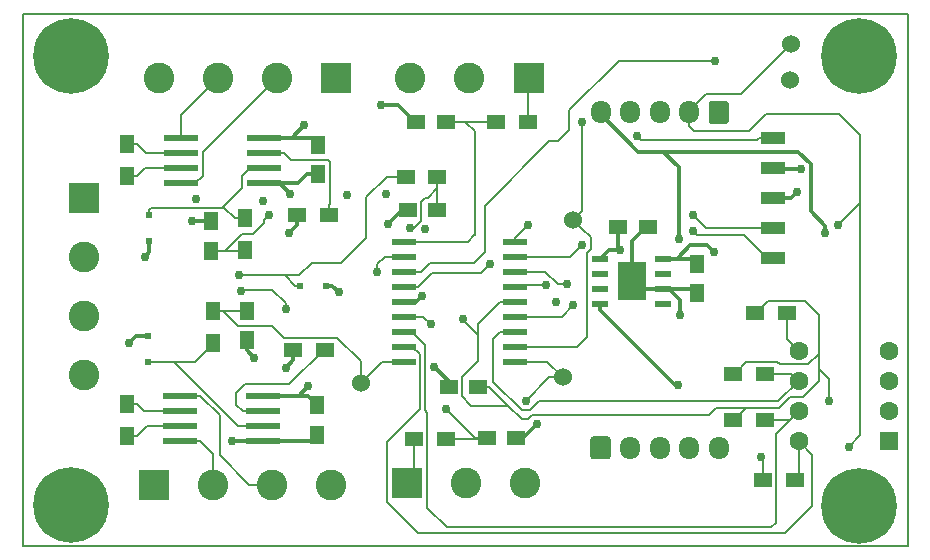
<source format=gbl>
G04 #@! TF.GenerationSoftware,KiCad,Pcbnew,(5.1.4)-1*
G04 #@! TF.CreationDate,2020-10-10T19:48:06-04:00*
G04 #@! TF.ProjectId,i2c_pancake,6932635f-7061-46e6-9361-6b652e6b6963,rev?*
G04 #@! TF.SameCoordinates,Original*
G04 #@! TF.FileFunction,Copper,L4,Bot*
G04 #@! TF.FilePolarity,Positive*
%FSLAX46Y46*%
G04 Gerber Fmt 4.6, Leading zero omitted, Abs format (unit mm)*
G04 Created by KiCad (PCBNEW (5.1.4)-1) date 2020-10-10 19:48:06*
%MOMM*%
%LPD*%
G04 APERTURE LIST*
%ADD10C,0.150000*%
%ADD11R,1.500000X1.300000*%
%ADD12R,1.300000X1.500000*%
%ADD13R,2.600000X2.600000*%
%ADD14C,2.600000*%
%ADD15R,1.500000X1.250000*%
%ADD16R,1.250000X1.500000*%
%ADD17C,1.524000*%
%ADD18R,2.413000X3.200400*%
%ADD19R,1.371600X0.482600*%
%ADD20R,0.500000X0.500000*%
%ADD21R,1.600000X1.600000*%
%ADD22C,1.600000*%
%ADD23R,3.000000X0.600000*%
%ADD24R,2.000000X0.600000*%
%ADD25R,2.000000X1.000000*%
%ADD26O,1.700000X1.950000*%
%ADD27C,0.100000*%
%ADD28C,1.700000*%
%ADD29C,6.400000*%
%ADD30C,0.762000*%
%ADD31C,0.304800*%
%ADD32C,0.203200*%
G04 APERTURE END LIST*
D10*
X89662000Y-134239000D02*
X164554000Y-134239000D01*
X89662000Y-89253000D02*
X164554000Y-89253000D01*
X164554000Y-89253000D02*
X164554000Y-134239000D01*
X89662000Y-89253000D02*
X89662000Y-134239000D01*
D11*
X132410200Y-98374200D03*
X129710200Y-98374200D03*
X122779800Y-125171200D03*
X125479800Y-125171200D03*
D12*
X105760400Y-117038400D03*
X105760400Y-114338400D03*
D11*
X122044200Y-102981000D03*
X124744200Y-102981000D03*
D12*
X108432600Y-106523800D03*
X108432600Y-109223800D03*
D13*
X132461000Y-94615000D03*
D14*
X127461000Y-94615000D03*
X122461000Y-94615000D03*
D15*
X122930600Y-98348800D03*
X125430600Y-98348800D03*
X131425000Y-125095000D03*
X128925000Y-125095000D03*
D16*
X108610400Y-116838400D03*
X108610400Y-114338400D03*
D15*
X122244200Y-105831000D03*
X124744200Y-105831000D03*
D16*
X105562400Y-106750800D03*
X105562400Y-109250800D03*
D14*
X132154000Y-128953000D03*
X127154000Y-128953000D03*
D13*
X122154000Y-128953000D03*
D17*
X154609800Y-94821000D03*
X154686000Y-91744800D03*
D18*
X141198600Y-111836200D03*
D19*
X138531600Y-109931200D03*
X138531600Y-111201200D03*
X138531600Y-112471200D03*
X138531600Y-113741200D03*
X143865600Y-113741200D03*
X143865600Y-112471200D03*
X143865600Y-111201200D03*
X143865600Y-109931200D03*
D20*
X100253800Y-116476600D03*
X100253800Y-118676600D03*
X115323800Y-112217200D03*
X113123800Y-112217200D03*
X100355400Y-108465800D03*
X100355400Y-106265800D03*
D15*
X142555600Y-107213400D03*
X140055600Y-107213400D03*
D16*
X114554000Y-124853000D03*
X114554000Y-122353000D03*
X114654000Y-102803000D03*
X114654000Y-100303000D03*
D15*
X128185800Y-120816400D03*
X125685800Y-120816400D03*
D12*
X98454000Y-124903000D03*
X98454000Y-122203000D03*
D11*
X115243600Y-117627400D03*
X112543600Y-117627400D03*
D12*
X98454000Y-102953000D03*
X98454000Y-100253000D03*
D11*
X115548400Y-106222800D03*
X112848400Y-106222800D03*
X154986600Y-128665000D03*
X152286600Y-128665000D03*
X152454000Y-123553000D03*
X149754000Y-123553000D03*
X152504000Y-119653000D03*
X149804000Y-119653000D03*
X154347800Y-114517200D03*
X151647800Y-114517200D03*
D21*
X162954000Y-125353000D03*
D22*
X162954000Y-122813000D03*
X162954000Y-120273000D03*
X162954000Y-117733000D03*
X155334000Y-117733000D03*
X155334000Y-120273000D03*
X155334000Y-122813000D03*
X155334000Y-125353000D03*
D23*
X110054000Y-103558000D03*
X110054000Y-102288000D03*
X110054000Y-101018000D03*
X110054000Y-99748000D03*
X103054000Y-99748000D03*
X103054000Y-101018000D03*
X103054000Y-102288000D03*
X103054000Y-103558000D03*
D24*
X121885600Y-118657400D03*
X121885600Y-117387400D03*
X121885600Y-116117400D03*
X121885600Y-114847400D03*
X121885600Y-113577400D03*
X121885600Y-112307400D03*
X121885600Y-111037400D03*
X121885600Y-109767400D03*
X121885600Y-108497400D03*
X131285600Y-108497400D03*
X131285600Y-109767400D03*
X131285600Y-111037400D03*
X131285600Y-112307400D03*
X131285600Y-113577400D03*
X131285600Y-114847400D03*
X131285600Y-116117400D03*
X131285600Y-117387400D03*
X131285600Y-118657400D03*
D14*
X115754000Y-129053000D03*
X110754000Y-129053000D03*
X105754000Y-129053000D03*
D13*
X100754000Y-129053000D03*
D16*
X146710400Y-112877600D03*
X146710400Y-110377600D03*
D23*
X109954000Y-125358000D03*
X109954000Y-124088000D03*
X109954000Y-122818000D03*
X109954000Y-121548000D03*
X102954000Y-121548000D03*
X102954000Y-122818000D03*
X102954000Y-124088000D03*
X102954000Y-125358000D03*
D25*
X153154000Y-109853000D03*
X153154000Y-107313000D03*
X153154000Y-104773000D03*
X153154000Y-102233000D03*
X153154000Y-99693000D03*
D26*
X138554000Y-97553000D03*
X141054000Y-97553000D03*
X143554000Y-97553000D03*
X146054000Y-97553000D03*
D27*
G36*
X149178504Y-96579204D02*
G01*
X149202773Y-96582804D01*
X149226571Y-96588765D01*
X149249671Y-96597030D01*
X149271849Y-96607520D01*
X149292893Y-96620133D01*
X149312598Y-96634747D01*
X149330777Y-96651223D01*
X149347253Y-96669402D01*
X149361867Y-96689107D01*
X149374480Y-96710151D01*
X149384970Y-96732329D01*
X149393235Y-96755429D01*
X149399196Y-96779227D01*
X149402796Y-96803496D01*
X149404000Y-96828000D01*
X149404000Y-98278000D01*
X149402796Y-98302504D01*
X149399196Y-98326773D01*
X149393235Y-98350571D01*
X149384970Y-98373671D01*
X149374480Y-98395849D01*
X149361867Y-98416893D01*
X149347253Y-98436598D01*
X149330777Y-98454777D01*
X149312598Y-98471253D01*
X149292893Y-98485867D01*
X149271849Y-98498480D01*
X149249671Y-98508970D01*
X149226571Y-98517235D01*
X149202773Y-98523196D01*
X149178504Y-98526796D01*
X149154000Y-98528000D01*
X147954000Y-98528000D01*
X147929496Y-98526796D01*
X147905227Y-98523196D01*
X147881429Y-98517235D01*
X147858329Y-98508970D01*
X147836151Y-98498480D01*
X147815107Y-98485867D01*
X147795402Y-98471253D01*
X147777223Y-98454777D01*
X147760747Y-98436598D01*
X147746133Y-98416893D01*
X147733520Y-98395849D01*
X147723030Y-98373671D01*
X147714765Y-98350571D01*
X147708804Y-98326773D01*
X147705204Y-98302504D01*
X147704000Y-98278000D01*
X147704000Y-96828000D01*
X147705204Y-96803496D01*
X147708804Y-96779227D01*
X147714765Y-96755429D01*
X147723030Y-96732329D01*
X147733520Y-96710151D01*
X147746133Y-96689107D01*
X147760747Y-96669402D01*
X147777223Y-96651223D01*
X147795402Y-96634747D01*
X147815107Y-96620133D01*
X147836151Y-96607520D01*
X147858329Y-96597030D01*
X147881429Y-96588765D01*
X147905227Y-96582804D01*
X147929496Y-96579204D01*
X147954000Y-96578000D01*
X149154000Y-96578000D01*
X149178504Y-96579204D01*
X149178504Y-96579204D01*
G37*
D28*
X148554000Y-97553000D03*
D14*
X94854000Y-119753000D03*
X94854000Y-114753000D03*
X94854000Y-109753000D03*
D13*
X94854000Y-104753000D03*
D14*
X101154000Y-94653000D03*
X106154000Y-94653000D03*
X111154000Y-94653000D03*
D13*
X116154000Y-94653000D03*
D26*
X148554000Y-125953000D03*
X146054000Y-125953000D03*
X143554000Y-125953000D03*
X141054000Y-125953000D03*
D27*
G36*
X139178504Y-124979204D02*
G01*
X139202773Y-124982804D01*
X139226571Y-124988765D01*
X139249671Y-124997030D01*
X139271849Y-125007520D01*
X139292893Y-125020133D01*
X139312598Y-125034747D01*
X139330777Y-125051223D01*
X139347253Y-125069402D01*
X139361867Y-125089107D01*
X139374480Y-125110151D01*
X139384970Y-125132329D01*
X139393235Y-125155429D01*
X139399196Y-125179227D01*
X139402796Y-125203496D01*
X139404000Y-125228000D01*
X139404000Y-126678000D01*
X139402796Y-126702504D01*
X139399196Y-126726773D01*
X139393235Y-126750571D01*
X139384970Y-126773671D01*
X139374480Y-126795849D01*
X139361867Y-126816893D01*
X139347253Y-126836598D01*
X139330777Y-126854777D01*
X139312598Y-126871253D01*
X139292893Y-126885867D01*
X139271849Y-126898480D01*
X139249671Y-126908970D01*
X139226571Y-126917235D01*
X139202773Y-126923196D01*
X139178504Y-126926796D01*
X139154000Y-126928000D01*
X137954000Y-126928000D01*
X137929496Y-126926796D01*
X137905227Y-126923196D01*
X137881429Y-126917235D01*
X137858329Y-126908970D01*
X137836151Y-126898480D01*
X137815107Y-126885867D01*
X137795402Y-126871253D01*
X137777223Y-126854777D01*
X137760747Y-126836598D01*
X137746133Y-126816893D01*
X137733520Y-126795849D01*
X137723030Y-126773671D01*
X137714765Y-126750571D01*
X137708804Y-126726773D01*
X137705204Y-126702504D01*
X137704000Y-126678000D01*
X137704000Y-125228000D01*
X137705204Y-125203496D01*
X137708804Y-125179227D01*
X137714765Y-125155429D01*
X137723030Y-125132329D01*
X137733520Y-125110151D01*
X137746133Y-125089107D01*
X137760747Y-125069402D01*
X137777223Y-125051223D01*
X137795402Y-125034747D01*
X137815107Y-125020133D01*
X137836151Y-125007520D01*
X137858329Y-124997030D01*
X137881429Y-124988765D01*
X137905227Y-124982804D01*
X137929496Y-124979204D01*
X137954000Y-124978000D01*
X139154000Y-124978000D01*
X139178504Y-124979204D01*
X139178504Y-124979204D01*
G37*
D28*
X138554000Y-125953000D03*
D17*
X136245600Y-106629200D03*
X135382000Y-119989600D03*
X118237000Y-120472200D03*
D29*
X160454000Y-130853000D03*
X160454000Y-92753000D03*
X93754000Y-92753000D03*
X93754000Y-130753000D03*
D30*
X124485400Y-119100600D03*
X133146800Y-123926600D03*
X113792000Y-120751600D03*
X98628200Y-117043200D03*
X119938800Y-96926400D03*
X155219400Y-104266999D03*
X134797800Y-113588800D03*
X99949000Y-109753400D03*
X103936800Y-106756200D03*
X123444000Y-113106200D03*
X109245400Y-118313200D03*
X111937800Y-119151400D03*
X113461800Y-98602800D03*
X117119400Y-104571800D03*
X112166400Y-107746800D03*
X120523000Y-107035600D03*
X120396000Y-104444800D03*
X116382800Y-112750600D03*
X109982000Y-105054400D03*
X145288000Y-114706400D03*
X107365800Y-125349000D03*
X123723400Y-107442000D03*
X148132800Y-109397800D03*
X104292400Y-104908599D03*
X112293400Y-104470200D03*
X125476000Y-122656600D03*
X119659400Y-111099600D03*
X132207155Y-121996189D03*
X122428000Y-107340400D03*
X136956800Y-98399601D03*
X110483867Y-106258994D03*
X140208000Y-109169200D03*
X155549600Y-102311200D03*
X145135600Y-120624600D03*
X137007600Y-108737400D03*
X157595206Y-107731477D03*
X145161000Y-108305600D03*
X132410200Y-107086400D03*
X158673800Y-107061000D03*
X159588200Y-125857000D03*
X148209000Y-93218000D03*
X146405600Y-107594400D03*
X135686800Y-112090200D03*
X146380200Y-106248199D03*
X133934200Y-112166400D03*
X124180600Y-115468400D03*
X141681200Y-99517200D03*
X129209800Y-110363000D03*
X136245600Y-113868200D03*
X111887000Y-114231199D03*
X108102400Y-112699800D03*
X152146000Y-126746000D03*
X157911800Y-122021600D03*
X126873476Y-115061524D03*
X107950000Y-111353600D03*
D31*
X141198600Y-111836200D02*
X141833600Y-112471200D01*
X142430600Y-107213400D02*
X142555600Y-107213400D01*
X141198600Y-108445400D02*
X142430600Y-107213400D01*
X141198600Y-111836200D02*
X141198600Y-108445400D01*
X125685800Y-120816400D02*
X125685800Y-120301000D01*
X125685800Y-120301000D02*
X124485400Y-119100600D01*
X131425000Y-125095000D02*
X131978400Y-125095000D01*
X131978400Y-125095000D02*
X133146800Y-123926600D01*
X113749000Y-121548000D02*
X114554000Y-122353000D01*
X112734200Y-121548000D02*
X112658000Y-121548000D01*
X112734200Y-121548000D02*
X113749000Y-121548000D01*
X109954000Y-121548000D02*
X112734200Y-121548000D01*
X112734200Y-121548000D02*
X112995600Y-121548000D01*
X112995600Y-121548000D02*
X113792000Y-120751600D01*
X100253800Y-116476600D02*
X99194800Y-116476600D01*
X99194800Y-116476600D02*
X98628200Y-117043200D01*
X121383200Y-96926400D02*
X119938800Y-96926400D01*
X122930600Y-98348800D02*
X122805600Y-98348800D01*
X122805600Y-98348800D02*
X121383200Y-96926400D01*
X153154000Y-104773000D02*
X154713399Y-104773000D01*
X154713399Y-104773000D02*
X155219400Y-104266999D01*
X100355400Y-108465800D02*
X100355400Y-109347000D01*
X100355400Y-109347000D02*
X99949000Y-109753400D01*
X105562400Y-106750800D02*
X103942200Y-106750800D01*
X103942200Y-106750800D02*
X103936800Y-106756200D01*
X121885600Y-113577400D02*
X122972800Y-113577400D01*
X122972800Y-113577400D02*
X123444000Y-113106200D01*
X108610400Y-116838400D02*
X108610400Y-117678200D01*
X108610400Y-117678200D02*
X109245400Y-118313200D01*
X112543600Y-117627400D02*
X112543600Y-118545600D01*
X112543600Y-118545600D02*
X111937800Y-119151400D01*
X114099000Y-99748000D02*
X114654000Y-100303000D01*
X112392800Y-99671800D02*
X113461800Y-98602800D01*
X112392800Y-99748000D02*
X112392800Y-99671800D01*
X112392800Y-99748000D02*
X114099000Y-99748000D01*
X110054000Y-99748000D02*
X112392800Y-99748000D01*
X112848400Y-106222800D02*
X112848400Y-107064800D01*
X112848400Y-107064800D02*
X112166400Y-107746800D01*
X122244200Y-105831000D02*
X121727600Y-105831000D01*
X121727600Y-105831000D02*
X120523000Y-107035600D01*
X115323800Y-112217200D02*
X115849400Y-112217200D01*
X115849400Y-112217200D02*
X116382800Y-112750600D01*
X146304000Y-112471200D02*
X146710400Y-112877600D01*
X143865600Y-112471200D02*
X146304000Y-112471200D01*
X142570200Y-112471200D02*
X144348200Y-112471200D01*
X142570200Y-112471200D02*
X143865600Y-112471200D01*
X141833600Y-112471200D02*
X142570200Y-112471200D01*
X144348200Y-112471200D02*
X145288000Y-113411000D01*
X145288000Y-113411000D02*
X145288000Y-114706400D01*
X146264000Y-109931200D02*
X146710400Y-110377600D01*
X114049000Y-125358000D02*
X114554000Y-124853000D01*
X109954000Y-125358000D02*
X114049000Y-125358000D01*
X109954000Y-125358000D02*
X107374800Y-125358000D01*
X107374800Y-125358000D02*
X107365800Y-125349000D01*
X146710400Y-110377600D02*
X147153000Y-110377600D01*
X110054000Y-103558000D02*
X111381200Y-103558000D01*
X111381200Y-103558000D02*
X112293400Y-104470200D01*
X111858800Y-103558000D02*
X110054000Y-103558000D01*
X112969200Y-103558000D02*
X111858800Y-103558000D01*
X113724200Y-102803000D02*
X112969200Y-103558000D01*
X114654000Y-102803000D02*
X113724200Y-102803000D01*
X145084800Y-109931200D02*
X145084800Y-109880400D01*
X145084800Y-109931200D02*
X146264000Y-109931200D01*
X143865600Y-109931200D02*
X145084800Y-109931200D01*
X145084800Y-109880400D02*
X146151600Y-108813600D01*
X147548600Y-108813600D02*
X148132800Y-109397800D01*
X146151600Y-108813600D02*
X147548600Y-108813600D01*
D32*
X128848800Y-125171200D02*
X128925000Y-125095000D01*
X125479800Y-125171200D02*
X128848800Y-125171200D01*
X125479800Y-122660400D02*
X125476000Y-122656600D01*
X119659400Y-110388400D02*
X119659400Y-111099600D01*
X121885600Y-109767400D02*
X120280400Y-109767400D01*
X120280400Y-109767400D02*
X119659400Y-110388400D01*
X128925000Y-125095000D02*
X127863600Y-125095000D01*
X127863600Y-125044200D02*
X125476000Y-122656600D01*
X127863600Y-125095000D02*
X127863600Y-125044200D01*
X121885600Y-108497400D02*
X127316190Y-108497400D01*
X127101600Y-98348800D02*
X125430600Y-98348800D01*
X127889000Y-107924590D02*
X127850895Y-107962695D01*
X127889000Y-99136200D02*
X127889000Y-107924590D01*
X127316190Y-108497400D02*
X127850895Y-107962695D01*
X127889000Y-99136200D02*
X127101600Y-98348800D01*
X127127000Y-98374200D02*
X129710200Y-98374200D01*
X127101600Y-98348800D02*
X127127000Y-98374200D01*
X120051800Y-118657400D02*
X121885600Y-118657400D01*
X118237000Y-120472200D02*
X120051800Y-118657400D01*
X118237000Y-119394570D02*
X118237000Y-120472200D01*
X118237000Y-118580718D02*
X118237000Y-119394570D01*
X116278081Y-116621799D02*
X118237000Y-118580718D01*
X111721999Y-116621799D02*
X116278081Y-116621799D01*
X106613600Y-114338400D02*
X108610400Y-114338400D01*
X105760400Y-114338400D02*
X106613600Y-114338400D01*
X106613600Y-114338400D02*
X107896000Y-115620800D01*
X110721000Y-115620800D02*
X111721999Y-116621799D01*
X107896000Y-115620800D02*
X110721000Y-115620800D01*
X134049800Y-118657400D02*
X135382000Y-119989600D01*
X131285600Y-118657400D02*
X134049800Y-118657400D01*
X132207155Y-121996189D02*
X134213744Y-119989600D01*
X134213744Y-119989600D02*
X135382000Y-119989600D01*
X122749882Y-107340400D02*
X122428000Y-107340400D01*
X122749882Y-107340400D02*
X123349801Y-106740481D01*
X123349801Y-106740481D02*
X123349801Y-105173999D01*
X123349801Y-105173999D02*
X123723400Y-104800400D01*
X123926600Y-104800400D02*
X124744200Y-103982800D01*
X123723400Y-104800400D02*
X123926600Y-104800400D01*
X124744200Y-102981000D02*
X124744200Y-103982800D01*
X124744200Y-103982800D02*
X124744200Y-105831000D01*
X131985600Y-117387400D02*
X132022400Y-117424200D01*
X131285600Y-117387400D02*
X131985600Y-117387400D01*
X133578600Y-117424200D02*
X133604000Y-117398800D01*
X132022400Y-117424200D02*
X133578600Y-117424200D01*
X133604000Y-117398800D02*
X136550400Y-117398800D01*
X137007599Y-107391199D02*
X136245600Y-106629200D01*
X137744201Y-108127801D02*
X137007599Y-107391199D01*
X137744201Y-109090969D02*
X137744201Y-108127801D01*
X137414000Y-109421170D02*
X137744201Y-109090969D01*
X137414000Y-116535200D02*
X137414000Y-109421170D01*
X136550400Y-117398800D02*
X137414000Y-116535200D01*
X108405600Y-109250800D02*
X108432600Y-109223800D01*
X137007599Y-98450400D02*
X136956800Y-98399601D01*
X136245600Y-106629200D02*
X137007599Y-105867201D01*
X137007599Y-105867201D02*
X137007599Y-98450400D01*
X110102868Y-106893614D02*
X109148082Y-107848400D01*
X110483867Y-106258994D02*
X110102868Y-106639993D01*
X110102868Y-106639993D02*
X110102868Y-106893614D01*
X108178600Y-107848400D02*
X106776200Y-109250800D01*
X109148082Y-107848400D02*
X108178600Y-107848400D01*
X105562400Y-109250800D02*
X106776200Y-109250800D01*
X106776200Y-109250800D02*
X108405600Y-109250800D01*
X104254000Y-103558000D02*
X103054000Y-103558000D01*
X104909601Y-102902399D02*
X104254000Y-103558000D01*
X104909601Y-100897399D02*
X104909601Y-102902399D01*
X111154000Y-94653000D02*
X104909601Y-100897399D01*
X103054000Y-97753000D02*
X103054000Y-99748000D01*
X106154000Y-94653000D02*
X103054000Y-97753000D01*
D31*
X139293600Y-109169200D02*
X138531600Y-109931200D01*
X140208000Y-109169200D02*
X139293600Y-109169200D01*
X140055600Y-109016800D02*
X140208000Y-109169200D01*
X140055600Y-107213400D02*
X140055600Y-109016800D01*
X153232200Y-102311200D02*
X153154000Y-102233000D01*
X155549600Y-102311200D02*
X153232200Y-102311200D01*
X144868900Y-120624600D02*
X145135600Y-120624600D01*
X138531600Y-113741200D02*
X138531600Y-114287300D01*
X138531600Y-114287300D02*
X144868900Y-120624600D01*
D32*
X131285600Y-109767400D02*
X135977600Y-109767400D01*
X135977600Y-109767400D02*
X137007600Y-108737400D01*
D31*
X141739400Y-100863400D02*
X138554000Y-97678000D01*
X138554000Y-97678000D02*
X138554000Y-97553000D01*
X156337001Y-101933247D02*
X155267154Y-100863400D01*
X157595206Y-107731477D02*
X157595206Y-107192662D01*
X157595206Y-107192662D02*
X156337001Y-105934457D01*
X156337001Y-105934457D02*
X156337001Y-105638599D01*
X156337001Y-105790998D02*
X156337001Y-105638599D01*
X156337001Y-105638599D02*
X156337001Y-101933247D01*
X145161000Y-108305600D02*
X145161000Y-102158800D01*
X143865600Y-100863400D02*
X142875000Y-100863400D01*
X145161000Y-102158800D02*
X143865600Y-100863400D01*
X155267154Y-100863400D02*
X142875000Y-100863400D01*
X142875000Y-100863400D02*
X141739400Y-100863400D01*
D32*
X131285600Y-108497400D02*
X131285600Y-108211000D01*
X131285600Y-108211000D02*
X132410200Y-107086400D01*
X146054000Y-97428000D02*
X146054000Y-97553000D01*
X147513610Y-95968390D02*
X146054000Y-97428000D01*
X154686000Y-91744800D02*
X150462410Y-95968390D01*
X150462410Y-95968390D02*
X147513610Y-95968390D01*
X151112108Y-99137610D02*
X152586718Y-97663000D01*
X146460410Y-99137610D02*
X151112108Y-99137610D01*
X146054000Y-97553000D02*
X146054000Y-98731200D01*
X146054000Y-98731200D02*
X146460410Y-99137610D01*
X152586718Y-97663000D02*
X158775400Y-97663000D01*
X158775400Y-97663000D02*
X160553400Y-99441000D01*
X160553400Y-124891800D02*
X159588200Y-125857000D01*
X160553400Y-105181400D02*
X158673800Y-107061000D01*
X160553400Y-104673400D02*
X160553400Y-105181400D01*
X160553400Y-104673400D02*
X160553400Y-124891800D01*
X160553400Y-99441000D02*
X160553400Y-104673400D01*
X140081000Y-93218000D02*
X148209000Y-93218000D01*
X135915400Y-97383600D02*
X140081000Y-93218000D01*
X135915400Y-99034600D02*
X135915400Y-97383600D01*
X134950200Y-99999800D02*
X135915400Y-99034600D01*
X134213600Y-99999800D02*
X134315200Y-99999800D01*
X128752600Y-105460800D02*
X134213600Y-99999800D01*
X128752600Y-109354110D02*
X128752600Y-105460800D01*
X121885600Y-111037400D02*
X123352998Y-111037400D01*
X134315200Y-99999800D02*
X134950200Y-99999800D01*
X123352998Y-111037400D02*
X124128998Y-110261400D01*
X124128998Y-110261400D02*
X127845310Y-110261400D01*
X127845310Y-110261400D02*
X128752600Y-109354110D01*
X152654000Y-109853000D02*
X150725600Y-107924600D01*
X153154000Y-109853000D02*
X152654000Y-109853000D01*
X150725600Y-107924600D02*
X146735800Y-107924600D01*
X146735800Y-107924600D02*
X146405600Y-107594400D01*
X132488800Y-111037400D02*
X131285600Y-111037400D01*
X133895370Y-111037400D02*
X132488800Y-111037400D01*
X134948170Y-112090200D02*
X133895370Y-111037400D01*
X135686800Y-112090200D02*
X134948170Y-112090200D01*
X153154000Y-107313000D02*
X147445001Y-107313000D01*
X147445001Y-107313000D02*
X146380200Y-106248199D01*
X131426600Y-112166400D02*
X131285600Y-112307400D01*
X133934200Y-112166400D02*
X131426600Y-112166400D01*
X121885600Y-114847400D02*
X123559600Y-114847400D01*
X123559600Y-114847400D02*
X124180600Y-115468400D01*
X142012820Y-99848820D02*
X141681200Y-99517200D01*
X151794980Y-99848820D02*
X142012820Y-99848820D01*
X153154000Y-99693000D02*
X151950800Y-99693000D01*
X151950800Y-99693000D02*
X151794980Y-99848820D01*
X123088800Y-112307400D02*
X124271200Y-111125000D01*
X121885600Y-112307400D02*
X123088800Y-112307400D01*
X124271200Y-111125000D02*
X128447800Y-111125000D01*
X128447800Y-111125000D02*
X129209800Y-110363000D01*
X155334000Y-128317600D02*
X154986600Y-128665000D01*
X155334000Y-125353000D02*
X155334000Y-128317600D01*
X122585600Y-117387400D02*
X123241201Y-118043001D01*
X123082318Y-133121400D02*
X154203400Y-133121400D01*
X121885600Y-117387400D02*
X122585600Y-117387400D01*
X123241201Y-118043001D02*
X123241201Y-122669717D01*
X123241201Y-122669717D02*
X120498399Y-125412519D01*
X120498399Y-125412519D02*
X120498399Y-130537481D01*
X120498399Y-130537481D02*
X123082318Y-133121400D01*
X154203400Y-133121400D02*
X156476700Y-130848100D01*
X156493900Y-130830900D02*
X156476700Y-130848100D01*
X156493900Y-126512900D02*
X156493900Y-130830900D01*
X156493900Y-126512900D02*
X155334000Y-125353000D01*
X154594000Y-123553000D02*
X155334000Y-122813000D01*
X152454000Y-123553000D02*
X154594000Y-123553000D01*
X153392201Y-124754799D02*
X155334000Y-122813000D01*
X153392201Y-132281599D02*
X153392201Y-124754799D01*
X153009610Y-132664190D02*
X153392201Y-132281599D01*
X122585600Y-116117400D02*
X123698411Y-117230211D01*
X125526790Y-132664190D02*
X153009610Y-132664190D01*
X121885600Y-116117400D02*
X122585600Y-116117400D01*
X123698411Y-122784011D02*
X123885401Y-122971001D01*
X123698411Y-117230211D02*
X123698411Y-122784011D01*
X123885401Y-122971001D02*
X123885401Y-131022801D01*
X123885401Y-131022801D02*
X125526790Y-132664190D01*
X154714000Y-119653000D02*
X155334000Y-120273000D01*
X152504000Y-119653000D02*
X154714000Y-119653000D01*
X133315038Y-122021600D02*
X153585400Y-122021600D01*
X130082400Y-116117400D02*
X129489200Y-116710600D01*
X131285600Y-116117400D02*
X130082400Y-116117400D01*
X129489200Y-116710600D02*
X129489200Y-120345200D01*
X153585400Y-122021600D02*
X155334000Y-120273000D01*
X129489200Y-120345200D02*
X131876789Y-122732789D01*
X131876789Y-122732789D02*
X132603849Y-122732789D01*
X132603849Y-122732789D02*
X133315038Y-122021600D01*
X154347800Y-116746800D02*
X155334000Y-117733000D01*
X154347800Y-114517200D02*
X154347800Y-116746800D01*
X131285600Y-114847400D02*
X135266400Y-114847400D01*
X135266400Y-114847400D02*
X136245600Y-113868200D01*
X104657200Y-121548000D02*
X102954000Y-121548000D01*
X106299000Y-123189800D02*
X104657200Y-121548000D01*
X106299000Y-126517400D02*
X106299000Y-123189800D01*
X110754000Y-129053000D02*
X108834600Y-129053000D01*
X108834600Y-129053000D02*
X106299000Y-126517400D01*
X105754000Y-127214523D02*
X105754000Y-129053000D01*
X105754000Y-126454800D02*
X105754000Y-127214523D01*
X104657200Y-125358000D02*
X105754000Y-126454800D01*
X102954000Y-125358000D02*
X104657200Y-125358000D01*
X101350800Y-102288000D02*
X103054000Y-102288000D01*
X99972200Y-102288000D02*
X101350800Y-102288000D01*
X99307200Y-102953000D02*
X99972200Y-102288000D01*
X98454000Y-102953000D02*
X99307200Y-102953000D01*
X101350800Y-101018000D02*
X103054000Y-101018000D01*
X100072200Y-101018000D02*
X101350800Y-101018000D01*
X99307200Y-100253000D02*
X100072200Y-101018000D01*
X98454000Y-100253000D02*
X99307200Y-100253000D01*
X111757200Y-101018000D02*
X112313800Y-101574600D01*
X110054000Y-101018000D02*
X111757200Y-101018000D01*
X115548400Y-105369600D02*
X115548400Y-106222800D01*
X115634601Y-105283399D02*
X115548400Y-105369600D01*
X115634601Y-101768519D02*
X115634601Y-105283399D01*
X115440682Y-101574600D02*
X115634601Y-101768519D01*
X112313800Y-101574600D02*
X115440682Y-101574600D01*
X111887000Y-113692384D02*
X110767416Y-112572800D01*
X111887000Y-114231199D02*
X111887000Y-113692384D01*
X110767416Y-112572800D02*
X108229400Y-112572800D01*
X108229400Y-112572800D02*
X108102400Y-112699800D01*
X128185800Y-120816400D02*
X129139000Y-120816400D01*
X132437630Y-123545600D02*
X132793231Y-123189999D01*
X131868200Y-123545600D02*
X132437630Y-123545600D01*
X152753401Y-113511599D02*
X155853399Y-113511599D01*
X151647800Y-114517200D02*
X151747800Y-114517200D01*
X151747800Y-114517200D02*
X152753401Y-113511599D01*
X155853399Y-113511599D02*
X157022800Y-114681000D01*
X149904000Y-119653000D02*
X149804000Y-119653000D01*
X153538481Y-118647399D02*
X150909601Y-118647399D01*
X153779683Y-118888601D02*
X153538481Y-118647399D01*
X150909601Y-118647399D02*
X149904000Y-119653000D01*
X156117487Y-118888601D02*
X153779683Y-118888601D01*
X157022800Y-117983288D02*
X156117487Y-118888601D01*
X157022800Y-114681000D02*
X157022800Y-117983288D01*
X149854000Y-123553000D02*
X149754000Y-123553000D01*
X153706193Y-122547399D02*
X150859601Y-122547399D01*
X150859601Y-122547399D02*
X149854000Y-123553000D01*
X154596193Y-121657399D02*
X153706193Y-122547399D01*
X155659891Y-121657399D02*
X154596193Y-121657399D01*
X157022800Y-120294490D02*
X155659891Y-121657399D01*
X152286600Y-128665000D02*
X152286600Y-126886600D01*
X152286600Y-126886600D02*
X152146000Y-126746000D01*
X157022800Y-117983288D02*
X157022800Y-119303800D01*
X157022800Y-119303800D02*
X157022800Y-120294490D01*
X157911800Y-120192800D02*
X157911800Y-122021600D01*
X157861000Y-120142000D02*
X157911800Y-120192800D01*
X157861000Y-120142000D02*
X157022800Y-119303800D01*
X130082400Y-113577400D02*
X128185800Y-115474000D01*
X131285600Y-113577400D02*
X130082400Y-113577400D01*
X128185800Y-115474000D02*
X128185800Y-115943000D01*
X127254475Y-115443475D02*
X128185800Y-116374800D01*
X127254475Y-115442523D02*
X127254475Y-115443475D01*
X126873476Y-115061524D02*
X127254475Y-115442523D01*
X128185800Y-115943000D02*
X128185800Y-116374800D01*
X147472401Y-123189999D02*
X147701001Y-123189999D01*
X132793231Y-123189999D02*
X147472401Y-123189999D01*
X148343601Y-122547399D02*
X150859601Y-122547399D01*
X147701001Y-123189999D02*
X148343601Y-122547399D01*
X129139000Y-120816400D02*
X130729500Y-122406900D01*
X130729500Y-122406900D02*
X131868200Y-123545600D01*
X127613900Y-122406900D02*
X130729500Y-122406900D01*
X126796800Y-121589800D02*
X127613900Y-122406900D01*
X126796800Y-119989600D02*
X126796800Y-121589800D01*
X128185800Y-116374800D02*
X128185800Y-118600600D01*
X128185800Y-118600600D02*
X126796800Y-119989600D01*
X107579400Y-106523800D02*
X108432600Y-106523800D01*
X106700799Y-105645199D02*
X107579400Y-106523800D01*
X100355400Y-105812600D02*
X100522801Y-105645199D01*
X100355400Y-106265800D02*
X100355400Y-105812600D01*
X108854000Y-102288000D02*
X110054000Y-102288000D01*
X108198399Y-102943601D02*
X108854000Y-102288000D01*
X108198399Y-103967801D02*
X108198399Y-102943601D01*
X106521001Y-105645199D02*
X108198399Y-103967801D01*
X106521001Y-105645199D02*
X106700799Y-105645199D01*
X100522801Y-105645199D02*
X106521001Y-105645199D01*
X113123800Y-112217200D02*
X112670600Y-112217200D01*
X112670600Y-112217200D02*
X111807000Y-111353600D01*
X111531400Y-111353600D02*
X107950000Y-111353600D01*
X111807000Y-111353600D02*
X111531400Y-111353600D01*
X121091000Y-102981000D02*
X122044200Y-102981000D01*
X120437400Y-102981000D02*
X121091000Y-102981000D01*
X111531400Y-111353600D02*
X113055400Y-111353600D01*
X113055400Y-111353600D02*
X114147600Y-110261400D01*
X114147600Y-110261400D02*
X116611400Y-110261400D01*
X116611400Y-110261400D02*
X118694200Y-108178600D01*
X118694200Y-108178600D02*
X118694200Y-104724200D01*
X118694200Y-104724200D02*
X120437400Y-102981000D01*
X105760400Y-117138400D02*
X105760400Y-117038400D01*
X104222200Y-118676600D02*
X105760400Y-117138400D01*
X107843792Y-124088000D02*
X109954000Y-124088000D01*
X104222200Y-120466408D02*
X107843792Y-124088000D01*
X104222200Y-120452800D02*
X102446000Y-118676600D01*
X104222200Y-120466408D02*
X104222200Y-120452800D01*
X100253800Y-118676600D02*
X102446000Y-118676600D01*
X102446000Y-118676600D02*
X104222200Y-118676600D01*
X122779800Y-128327200D02*
X122154000Y-128953000D01*
X122779800Y-125171200D02*
X122779800Y-128327200D01*
X132410200Y-94665800D02*
X132461000Y-94615000D01*
X132410200Y-98374200D02*
X132410200Y-94665800D01*
X101250800Y-124088000D02*
X102954000Y-124088000D01*
X100122200Y-124088000D02*
X101250800Y-124088000D01*
X99307200Y-124903000D02*
X100122200Y-124088000D01*
X98454000Y-124903000D02*
X99307200Y-124903000D01*
X101250800Y-122818000D02*
X102954000Y-122818000D01*
X99922200Y-122818000D02*
X101250800Y-122818000D01*
X99307200Y-122203000D02*
X99922200Y-122818000D01*
X98454000Y-122203000D02*
X99307200Y-122203000D01*
X108250800Y-122818000D02*
X107721400Y-122288600D01*
X109954000Y-122818000D02*
X108250800Y-122818000D01*
X107721400Y-121340518D02*
X108488118Y-120573800D01*
X107721400Y-122288600D02*
X107721400Y-121340518D01*
X115143600Y-117627400D02*
X115243600Y-117627400D01*
X112197200Y-120573800D02*
X115143600Y-117627400D01*
X108488118Y-120573800D02*
X112197200Y-120573800D01*
M02*

</source>
